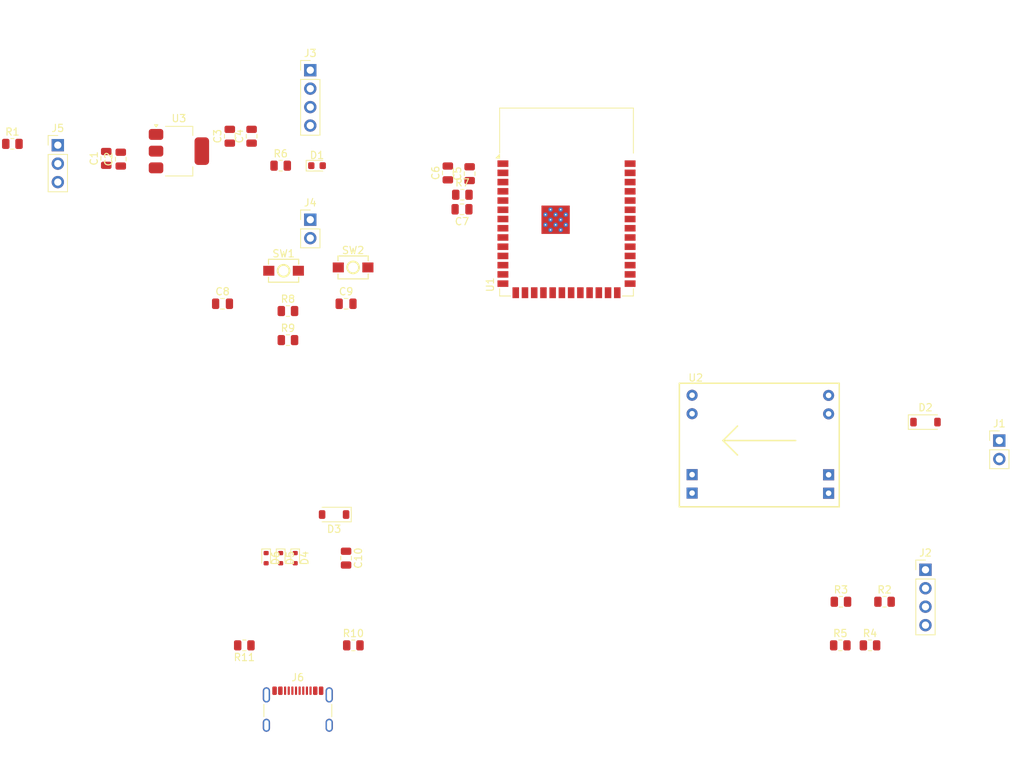
<source format=kicad_pcb>
(kicad_pcb (version 20240108) (generator "pcbnew") (generator_version "8.0")
  (layers (0 "F.Cu" signal) (31 "B.Cu" signal) (34 "B.Paste" user) (35 "F.Paste" user) (36 "B.SilkS" user "B.Silkscreen") (37 "F.SilkS" user "F.Silkscreen") (38 "B.Mask" user) (39 "F.Mask" user) (44 "Edge.Cuts" user))
  (net 0 "")
  (net 1 "GND")
  (net 2 "+12V")
  (net 3 "Net-(J2-Pin_3)")
  (net 4 "Net-(J2-Pin_4)")
  (net 5 "/red")
  (net 6 "/grn")
  (net 7 "/buz")
  (net 8 "/Btn")
  (net 9 "Net-(J5-Pin_1)")
  (net 10 "+5V")
  (net 11 "/Relay")
  (net 12 "/d0")
  (net 13 "/d1")
  (net 14 "+3V3")
  (net 15 "/Chip_PU")
  (net 16 "/Reset")
  (net 17 "/ChipPu")
  (net 18 "Net-(D4-A1)")
  (net 19 "Net-(D2-A)")
  (net 20 "Net-(D3-A)")
  (net 21 "/d-")
  (net 22 "/d+")
  (net 23 "Net-(J6-CC1)")
  (net 24 "Net-(J6-CC2)")
  (net 32 "Net-(D1-A)")
  (footprint "Capacitor_SMD:C_0805_2012Metric" (layer "F.Cu") (at 93 65)
    (property "Reference" "C9" (at 0 -1.68 0) (layer "F.SilkS"))
    (property "Value" "0u1F")
    (fp_line (start -0.261252 -0.735) (end 0.261252 -0.735) (stroke (width 0.12)) (layer "F.SilkS"))
    (fp_line (start -0.261252 0.735) (end 0.261252 0.735) (stroke (width 0.12)) (layer "F.SilkS"))
    (pad "1" smd roundrect (at -0.95 0) (size 1 1.45) (layers "F.Cu" "F.Paste" "F.Mask") (net 17 "/ChipPu"))
    (pad "2" smd roundrect (at 0.95 0) (size 1 1.45) (layers "F.Cu" "F.Paste" "F.Mask") (net 1 "GND"))
  )
  (footprint "Package_TO_SOT_SMD:SOT-223-3_TabPin2" (layer "F.Cu") (at 70 44)
    (property "Reference" "U3" (at 0 -4.5 0) (layer "F.SilkS"))
    (property "Value" "AMS1117-3.3")
    (fp_line (start -1.85 -3.41) (end 1.91 -3.41) (stroke (width 0.12)) (layer "F.SilkS"))
    (fp_line (start -1.85 3.41) (end 1.91 3.41) (stroke (width 0.12)) (layer "F.SilkS"))
    (fp_line (start 1.91 -3.41) (end 1.91 -2.15) (stroke (width 0.12)) (layer "F.SilkS"))
    (fp_line (start 1.91 3.41) (end 1.91 2.15) (stroke (width 0.12)) (layer "F.SilkS"))
    (fp_poly (pts (xy -3.13 -3.31) (xy -3.37 -3.64) (xy -2.89 -3.64) (xy -3.13 -3.31)) (stroke (width 0.12)) (fill solid) (layer "F.SilkS"))
    (pad "1" smd roundrect (at -3.15 -2.3) (size 2 1.5) (layers "F.Cu" "F.Paste" "F.Mask") (net 1 "GND"))
    (pad "2" smd roundrect (at -3.15 0) (size 2 1.5) (layers "F.Cu" "F.Paste" "F.Mask") (net 14 "+3V3"))
    (pad "2" smd roundrect (at 3.15 0) (size 2 3.8) (layers "F.Cu" "F.Paste" "F.Mask") (net 14 "+3V3"))
    (pad "3" smd roundrect (at -3.15 2.3) (size 2 1.5) (layers "F.Cu" "F.Paste" "F.Mask") (net 10 "+5V"))
  )
  (footprint "Resistor_SMD:R_0805_2012Metric" (layer "F.Cu") (at 161.0875 106)
    (property "Reference" "R3" (at 0 -1.65 0) (layer "F.SilkS"))
    (property "Value" "3.3k")
    (fp_line (start -0.227064 -0.735) (end 0.227064 -0.735) (stroke (width 0.12)) (layer "F.SilkS"))
    (fp_line (start -0.227064 0.735) (end 0.227064 0.735) (stroke (width 0.12)) (layer "F.SilkS"))
    (pad "1" smd roundrect (at -0.9125 0) (size 1.025 1.4) (layers "F.Cu" "F.Paste" "F.Mask") (roundrect_rratio 0.243902) (net 1 "GND"))
    (pad "2" smd roundrect (at 0.9125 0) (size 1.025 1.4) (layers "F.Cu" "F.Paste" "F.Mask") (roundrect_rratio 0.243902) (net 12 "/d0"))
  )
  (footprint "Resistor_SMD:R_0805_2012Metric" (layer "F.Cu") (at 161 112)
    (property "Reference" "R5" (at 0 -1.65 0) (layer "F.SilkS"))
    (property "Value" "3.3k")
    (fp_line (start -0.227064 -0.735) (end 0.227064 -0.735) (stroke (width 0.12)) (layer "F.SilkS"))
    (fp_line (start -0.227064 0.735) (end 0.227064 0.735) (stroke (width 0.12)) (layer "F.SilkS"))
    (pad "1" smd roundrect (at -0.9125 0) (size 1.025 1.4) (layers "F.Cu" "F.Paste" "F.Mask") (roundrect_rratio 0.243902) (net 13 "/d1"))
    (pad "2" smd roundrect (at 0.9125 0) (size 1.025 1.4) (layers "F.Cu" "F.Paste" "F.Mask") (roundrect_rratio 0.243902) (net 1 "GND"))
  )
  (footprint "Capacitor_SMD:C_0805_2012Metric" (layer "F.Cu") (at 108.95 52 180)
    (property "Reference" "C7" (at 0 -1.68 360) (layer "F.SilkS"))
    (property "Value" "1uF")
    (fp_line (start -0.261252 0.735) (end 0.261252 0.735) (stroke (width 0.12)) (layer "F.SilkS"))
    (fp_line (start -0.261252 -0.735) (end 0.261252 -0.735) (stroke (width 0.12)) (layer "F.SilkS"))
    (pad "1" smd roundrect (at -0.95 0 180) (size 1 1.45) (layers "F.Cu" "F.Paste" "F.Mask") (net 15 "/Chip_PU"))
    (pad "2" smd roundrect (at 0.95 0 180) (size 1 1.45) (layers "F.Cu" "F.Paste" "F.Mask") (net 1 "GND"))
  )
  (footprint "jacob-libs:SW-SMD_L4.0-W2.9-LS5.0" (layer "F.Cu") (at 93.965 60)
    (property "Reference" "SW2" (at 0 -2.35225 0) (layer "F.SilkS"))
    (property "Value" "BootBtn")
    (fp_line (start -2.076 -1.576) (end -2.076 -0.883) (stroke (width 0.1525)) (layer "F.SilkS"))
    (fp_line (start -2.076 1.576) (end -2.076 0.883) (stroke (width 0.1525)) (layer "F.SilkS"))
    (fp_line (start 2.076 -1.576) (end -2.076 -1.576) (stroke (width 0.1525)) (layer "F.SilkS"))
    (fp_line (start 2.076 -1.576) (end 2.076 -0.883) (stroke (width 0.1525)) (layer "F.SilkS"))
    (fp_line (start 2.076 1.576) (end -2.076 1.576) (stroke (width 0.1525)) (layer "F.SilkS"))
    (fp_line (start 2.076 1.576) (end 2.076 0.883) (stroke (width 0.1525)) (layer "F.SilkS"))
    (fp_circle (center 0 0) (end 0.8135 0) (stroke (width 0.254)) (fill none) (layer "F.SilkS"))
    (pad "1" smd rect (at -2.035 0) (size 1.53 1.36) (layers "F.Cu" "F.Paste" "F.Mask") (net 1 "GND"))
    (pad "2" smd rect (at 2.035 0) (size 1.53 1.36) (layers "F.Cu" "F.Paste" "F.Mask") (net 17 "/ChipPu"))
  )
  (footprint "Connector_PinHeader_2.54mm:PinHeader_1x04_P2.54mm_Vertical" (layer "F.Cu") (at 88.075 32.86)
    (property "Reference" "J3" (at 0 -2.33 0) (layer "F.SilkS"))
    (property "Value" "Feedback")
    (fp_line (start -1.33 -1.33) (end 0 -1.33) (stroke (width 0.12)) (layer "F.SilkS"))
    (fp_line (start -1.33 0) (end -1.33 -1.33) (stroke (width 0.12)) (layer "F.SilkS"))
    (fp_line (start -1.33 1.27) (end -1.33 8.95) (stroke (width 0.12)) (layer "F.SilkS"))
    (fp_line (start -1.33 1.27) (end 1.33 1.27) (stroke (width 0.12)) (layer "F.SilkS"))
    (fp_line (start -1.33 8.95) (end 1.33 8.95) (stroke (width 0.12)) (layer "F.SilkS"))
    (fp_line (start 1.33 1.27) (end 1.33 8.95) (stroke (width 0.12)) (layer "F.SilkS"))
    (pad "1" thru_hole rect (at 0 0) (size 1.7 1.7) (drill 1) (layers "*.Cu" "*.Mask") (net 1 "GND"))
    (pad "2" thru_hole oval (at 0 2.54) (size 1.7 1.7) (drill 1) (layers "*.Cu" "*.Mask") (net 6 "/grn"))
    (pad "3" thru_hole oval (at 0 5.08) (size 1.7 1.7) (drill 1) (layers "*.Cu" "*.Mask") (net 5 "/red"))
    (pad "4" thru_hole oval (at 0 7.62) (size 1.7 1.7) (drill 1) (layers "*.Cu" "*.Mask") (net 7 "/buz"))
  )
  (footprint "jacob-libs:MP1584EN Module" (layer "F.Cu") (at 149.86 83.82)
    (property "Reference" "U2" (at -8.75 -8.632 0) (layer "F.SilkS"))
    (property "Value" "MP1584EN Module")
    (fp_line (start -11 -7.882) (end -11 9.118) (stroke (width 0.2)) (layer "F.SilkS"))
    (fp_line (start -11 9.118) (end 11 9.118) (stroke (width 0.2)) (layer "F.SilkS"))
    (fp_line (start -5 0) (end -3 2) (stroke (width 0.2)) (layer "F.SilkS"))
    (fp_line (start -3 -2) (end -5 0) (stroke (width 0.2)) (layer "F.SilkS"))
    (fp_line (start 5 0) (end -5 0) (stroke (width 0.2)) (layer "F.SilkS"))
    (fp_line (start 11 -7.882) (end -11 -7.882) (stroke (width 0.2)) (layer "F.SilkS"))
    (fp_line (start 11 9.118) (end 11 -7.882) (stroke (width 0.2)) (layer "F.SilkS"))
    (pad "1" thru_hole circle (at 9.531 -6.212) (size 1.524 1.524) (drill 0.762) (layers "*.Cu" "*.Mask") (net 2 "+12V"))
    (pad "1" thru_hole circle (at 9.531 -3.672) (size 1.524 1.524) (drill 0.762) (layers "*.Cu" "*.Mask") (net 2 "+12V"))
    (pad "2" thru_hole rect (at 9.531 4.71) (size 1.524 1.524) (drill 0.762) (layers "*.Cu" "*.Mask") (net 1 "GND"))
    (pad "2" thru_hole rect (at 9.531 7.25) (size 1.524 1.524) (drill 0.762) (layers "*.Cu" "*.Mask") (net 1 "GND"))
    (pad "3" thru_hole rect (at -9.25 4.69) (size 1.524 1.524) (drill 0.762) (layers "*.Cu" "*.Mask") (net 1 "GND"))
    (pad "3" thru_hole rect (at -9.25 7.23) (size 1.524 1.524) (drill 0.762) (layers "*.Cu" "*.Mask") (net 1 "GND"))
    (pad "4" thru_hole circle (at -9.25 -6.232) (size 1.524 1.524) (drill 0.762) (layers "*.Cu" "*.Mask") (net 10 "+5V"))
    (pad "4" thru_hole circle (at -9.25 -3.692) (size 1.524 1.524) (drill 0.762) (layers "*.Cu" "*.Mask") (net 10 "+5V"))
  )
  (footprint "Resistor_SMD:R_0805_2012Metric" (layer "F.Cu") (at 165.0875 112)
    (property "Reference" "R4" (at 0 -1.65 0) (layer "F.SilkS"))
    (property "Value" "1k")
    (fp_line (start -0.227064 -0.735) (end 0.227064 -0.735) (stroke (width 0.12)) (layer "F.SilkS"))
    (fp_line (start -0.227064 0.735) (end 0.227064 0.735) (stroke (width 0.12)) (layer "F.SilkS"))
    (pad "1" smd roundrect (at -0.9125 0) (size 1.025 1.4) (layers "F.Cu" "F.Paste" "F.Mask") (roundrect_rratio 0.243902) (net 13 "/d1"))
    (pad "2" smd roundrect (at 0.9125 0) (size 1.025 1.4) (layers "F.Cu" "F.Paste" "F.Mask") (roundrect_rratio 0.243902) (net 4 "Net-(J2-Pin_4)"))
  )
  (footprint "Resistor_SMD:R_0805_2012Metric" (layer "F.Cu") (at 85 66)
    (property "Reference" "R8" (at 0 -1.65 0) (layer "F.SilkS"))
    (property "Value" "10k")
    (fp_line (start -0.227064 -0.735) (end 0.227064 -0.735) (stroke (width 0.12)) (layer "F.SilkS"))
    (fp_line (start -0.227064 0.735) (end 0.227064 0.735) (stroke (width 0.12)) (layer "F.SilkS"))
    (pad "1" smd roundrect (at -0.9125 0) (size 1.025 1.4) (layers "F.Cu" "F.Paste" "F.Mask") (roundrect_rratio 0.243902) (net 14 "+3V3"))
    (pad "2" smd roundrect (at 0.9125 0) (size 1.025 1.4) (layers "F.Cu" "F.Paste" "F.Mask") (roundrect_rratio 0.243902) (net 16 "/Reset"))
  )
  (footprint "Capacitor_SMD:C_0805_2012Metric" (layer "F.Cu") (at 77 41.95 90)
    (property "Reference" "C3" (at 0 -1.68 90) (layer "F.SilkS"))
    (property "Value" "10uF")
    (fp_line (start -0.261252 -0.735) (end 0.261252 -0.735) (stroke (width 0.12)) (layer "F.SilkS"))
    (fp_line (start -0.261252 0.735) (end 0.261252 0.735) (stroke (width 0.12)) (layer "F.SilkS"))
    (pad "1" smd roundrect (at -0.95 0 90) (size 1 1.45) (layers "F.Cu" "F.Paste" "F.Mask") (net 14 "+3V3"))
    (pad "2" smd roundrect (at 0.95 0 90) (size 1 1.45) (layers "F.Cu" "F.Paste" "F.Mask") (net 1 "GND"))
  )
  (footprint "Resistor_SMD:R_0805_2012Metric" (layer "F.Cu") (at 79 112 180)
    (property "Reference" "R11" (at 0 -1.65 360) (layer "F.SilkS"))
    (property "Value" "5k1")
    (fp_line (start -0.227064 0.735) (end 0.227064 0.735) (stroke (width 0.12)) (layer "F.SilkS"))
    (fp_line (start -0.227064 -0.735) (end 0.227064 -0.735) (stroke (width 0.12)) (layer "F.SilkS"))
    (pad "1" smd roundrect (at -0.9125 0 180) (size 1.025 1.4) (layers "F.Cu" "F.Paste" "F.Mask") (roundrect_rratio 0.243902) (net 23 "Net-(J6-CC1)"))
    (pad "2" smd roundrect (at 0.9125 0 180) (size 1.025 1.4) (layers "F.Cu" "F.Paste" "F.Mask") (roundrect_rratio 0.243902) (net 18 "Net-(D4-A1)"))
  )
  (footprint "Diode_SMD:D_SOD-123" (layer "F.Cu") (at 91.35 94 180)
    (property "Reference" "D3" (at 0 -2 360) (layer "F.SilkS"))
    (property "Value" "1N5819HW-7-F")
    (fp_line (start -2.36 1) (end 1.65 1) (stroke (width 0.12)) (layer "F.SilkS"))
    (fp_line (start -2.36 -1) (end 1.65 -1) (stroke (width 0.12)) (layer "F.SilkS"))
    (fp_line (start -2.36 -1) (end -2.36 1) (stroke (width 0.12)) (layer "F.SilkS"))
    (pad "1" smd roundrect (at -1.65 0 180) (size 0.9 1.2) (layers "F.Cu" "F.Paste" "F.Mask") (net 10 "+5V"))
    (pad "2" smd roundrect (at 1.65 0 180) (size 0.9 1.2) (layers "F.Cu" "F.Paste" "F.Mask") (net 20 "Net-(D3-A)"))
  )
  (footprint "Resistor_SMD:R_0805_2012Metric" (layer "F.Cu") (at 47.0875 43)
    (property "Reference" "R1" (at 0 -1.65 0) (layer "F.SilkS"))
    (property "Value" "5k1")
    (fp_line (start -0.227064 -0.735) (end 0.227064 -0.735) (stroke (width 0.12)) (layer "F.SilkS"))
    (fp_line (start -0.227064 0.735) (end 0.227064 0.735) (stroke (width 0.12)) (layer "F.SilkS"))
    (pad "1" smd roundrect (at -0.9125 0) (size 1.025 1.4) (layers "F.Cu" "F.Paste" "F.Mask") (roundrect_rratio 0.243902) (net 11 "/Relay"))
    (pad "2" smd roundrect (at 0.9125 0) (size 1.025 1.4) (layers "F.Cu" "F.Paste" "F.Mask") (roundrect_rratio 0.243902) (net 9 "Net-(J5-Pin_1)"))
  )
  (footprint "Capacitor_SMD:C_0805_2012Metric" (layer "F.Cu") (at 62 45.1 90)
    (property "Reference" "C2" (at 0 -1.68 90) (layer "F.SilkS"))
    (property "Value" "0u1F")
    (fp_line (start -0.261252 -0.735) (end 0.261252 -0.735) (stroke (width 0.12)) (layer "F.SilkS"))
    (fp_line (start -0.261252 0.735) (end 0.261252 0.735) (stroke (width 0.12)) (layer "F.SilkS"))
    (pad "1" smd roundrect (at -0.95 0 90) (size 1 1.45) (layers "F.Cu" "F.Paste" "F.Mask") (net 10 "+5V"))
    (pad "2" smd roundrect (at 0.95 0 90) (size 1 1.45) (layers "F.Cu" "F.Paste" "F.Mask") (net 1 "GND"))
  )
  (footprint "Diode_SMD:D_SOD-523" (layer "F.Cu") (at 82 100 -90)
    (property "Reference" "D6" (at 0 -1.3 90) (layer "F.SilkS"))
    (property "Value" "LESD5D5.0CT1G")
    (fp_line (start 0.7 0.6) (end -1.26 0.6) (stroke (width 0.12)) (layer "F.SilkS"))
    (fp_line (start -1.26 -0.6) (end -1.26 0.6) (stroke (width 0.12)) (layer "F.SilkS"))
    (fp_line (start 0.7 -0.6) (end -1.26 -0.6) (stroke (width 0.12)) (layer "F.SilkS"))
    (pad "1" smd roundrect (at -0.7 0 90) (size 0.6 0.7) (layers "F.Cu" "F.Paste" "F.Mask") (net 18 "Net-(D4-A1)"))
    (pad "2" smd roundrect (at 0.7 0 90) (size 0.6 0.7) (layers "F.Cu" "F.Paste" "F.Mask") (net 22 "/d+"))
  )
  (footprint "Resistor_SMD:R_0805_2012Metric" (layer "F.Cu") (at 94 112)
    (property "Reference" "R10" (at 0 -1.65 360) (layer "F.SilkS"))
    (property "Value" "5k1")
    (fp_line (start -0.227064 -0.735) (end 0.227064 -0.735) (stroke (width 0.12)) (layer "F.SilkS"))
    (fp_line (start -0.227064 0.735) (end 0.227064 0.735) (stroke (width 0.12)) (layer "F.SilkS"))
    (pad "1" smd roundrect (at -0.9125 0) (size 1.025 1.4) (layers "F.Cu" "F.Paste" "F.Mask") (roundrect_rratio 0.243902) (net 24 "Net-(J6-CC2)"))
    (pad "2" smd roundrect (at 0.9125 0) (size 1.025 1.4) (layers "F.Cu" "F.Paste" "F.Mask") (roundrect_rratio 0.243902) (net 18 "Net-(D4-A1)"))
  )
  (footprint "Connector_PinHeader_2.54mm:PinHeader_1x03_P2.54mm_Vertical" (layer "F.Cu") (at 53.34 43.18)
    (property "Reference" "J5" (at 0 -2.33 0) (layer "F.SilkS"))
    (property "Value" "Relay")
    (fp_line (start -1.33 -1.33) (end 0 -1.33) (stroke (width 0.12)) (layer "F.SilkS"))
    (fp_line (start -1.33 0) (end -1.33 -1.33) (stroke (width 0.12)) (layer "F.SilkS"))
    (fp_line (start -1.33 1.27) (end -1.33 6.41) (stroke (width 0.12)) (layer "F.SilkS"))
    (fp_line (start -1.33 1.27) (end 1.33 1.27) (stroke (width 0.12)) (layer "F.SilkS"))
    (fp_line (start -1.33 6.41) (end 1.33 6.41) (stroke (width 0.12)) (layer "F.SilkS"))
    (fp_line (start 1.33 1.27) (end 1.33 6.41) (stroke (width 0.12)) (layer "F.SilkS"))
    (pad "1" thru_hole rect (at 0 0) (size 1.7 1.7) (drill 1) (layers "*.Cu" "*.Mask") (net 9 "Net-(J5-Pin_1)"))
    (pad "2" thru_hole oval (at 0 2.54) (size 1.7 1.7) (drill 1) (layers "*.Cu" "*.Mask") (net 1 "GND"))
    (pad "3" thru_hole oval (at 0 5.08) (size 1.7 1.7) (drill 1) (layers "*.Cu" "*.Mask") (net 10 "+5V"))
  )
  (footprint "Resistor_SMD:R_0805_2012Metric" (layer "F.Cu") (at 167.0875 106)
    (property "Reference" "R2" (at 0 -1.65 0) (layer "F.SilkS"))
    (property "Value" "1k")
    (fp_line (start -0.227064 -0.735) (end 0.227064 -0.735) (stroke (width 0.12)) (layer "F.SilkS"))
    (fp_line (start -0.227064 0.735) (end 0.227064 0.735) (stroke (width 0.12)) (layer "F.SilkS"))
    (pad "1" smd roundrect (at -0.9125 0) (size 1.025 1.4) (layers "F.Cu" "F.Paste" "F.Mask") (roundrect_rratio 0.243902) (net 12 "/d0"))
    (pad "2" smd roundrect (at 0.9125 0) (size 1.025 1.4) (layers "F.Cu" "F.Paste" "F.Mask") (roundrect_rratio 0.243902) (net 3 "Net-(J2-Pin_3)"))
  )
  (footprint "Connector_PinHeader_2.54mm:PinHeader_1x02_P2.54mm_Vertical" (layer "F.Cu") (at 88.075 53.43)
    (property "Reference" "J4" (at 0 -2.33 0) (layer "F.SilkS"))
    (property "Value" "Button")
    (fp_line (start -1.33 -1.33) (end 0 -1.33) (stroke (width 0.12)) (layer "F.SilkS"))
    (fp_line (start -1.33 0) (end -1.33 -1.33) (stroke (width 0.12)) (layer "F.SilkS"))
    (fp_line (start -1.33 1.27) (end -1.33 3.87) (stroke (width 0.12)) (layer "F.SilkS"))
    (fp_line (start -1.33 1.27) (end 1.33 1.27) (stroke (width 0.12)) (layer "F.SilkS"))
    (fp_line (start -1.33 3.87) (end 1.33 3.87) (stroke (width 0.12)) (layer "F.SilkS"))
    (fp_line (start 1.33 1.27) (end 1.33 3.87) (stroke (width 0.12)) (layer "F.SilkS"))
    (pad "1" thru_hole rect (at 0 0) (size 1.7 1.7) (drill 1) (layers "*.Cu" "*.Mask") (net 8 "/Btn"))
    (pad "2" thru_hole oval (at 0 2.54) (size 1.7 1.7) (drill 1) (layers "*.Cu" "*.Mask") (net 1 "GND"))
  )
  (footprint "Resistor_SMD:R_0805_2012Metric" (layer "F.Cu") (at 84 46)
    (property "Reference" "R6" (at 0 -1.65 0) (layer "F.SilkS"))
    (property "Value" "47R")
    (fp_line (start -0.227064 -0.735) (end 0.227064 -0.735) (stroke (width 0.12)) (layer "F.SilkS"))
    (fp_line (start -0.227064 0.735) (end 0.227064 0.735) (stroke (width 0.12)) (layer "F.SilkS"))
    (pad "1" smd roundrect (at -0.9125 0) (size 1.025 1.4) (layers "F.Cu" "F.Paste" "F.Mask") (roundrect_rratio 0.243902) (net 14 "+3V3"))
    (pad "2" smd roundrect (at 0.9125 0) (size 1.025 1.4) (layers "F.Cu" "F.Paste" "F.Mask") (roundrect_rratio 0.243902) (net 32 "Net-(D1-A)"))
  )
  (footprint "Connector_PinHeader_2.54mm:PinHeader_1x02_P2.54mm_Vertical" (layer "F.Cu") (at 182.88 83.82)
    (property "Reference" "J1" (at 0 -2.33 0) (layer "F.SilkS"))
    (property "Value" "Power In")
    (fp_line (start -1.33 -1.33) (end 0 -1.33) (stroke (width 0.12)) (layer "F.SilkS"))
    (fp_line (start -1.33 0) (end -1.33 -1.33) (stroke (width 0.12)) (layer "F.SilkS"))
    (fp_line (start -1.33 1.27) (end -1.33 3.87) (stroke (width 0.12)) (layer "F.SilkS"))
    (fp_line (start -1.33 1.27) (end 1.33 1.27) (stroke (width 0.12)) (layer "F.SilkS"))
    (fp_line (start -1.33 3.87) (end 1.33 3.87) (stroke (width 0.12)) (layer "F.SilkS"))
    (fp_line (start 1.33 1.27) (end 1.33 3.87) (stroke (width 0.12)) (layer "F.SilkS"))
    (pad "1" thru_hole rect (at 0 0) (size 1.7 1.7) (drill 1) (layers "*.Cu" "*.Mask") (net 19 "Net-(D2-A)"))
    (pad "2" thru_hole oval (at 0 2.54) (size 1.7 1.7) (drill 1) (layers "*.Cu" "*.Mask") (net 1 "GND"))
  )
  (footprint "Diode_SMD:D_SOD-523" (layer "F.Cu") (at 86 100 -90)
    (property "Reference" "D4" (at 0 -1.3 90) (layer "F.SilkS"))
    (property "Value" "LESD5D5.0CT1G")
    (fp_line (start 0.7 0.6) (end -1.26 0.6) (stroke (width 0.12)) (layer "F.SilkS"))
    (fp_line (start -1.26 -0.6) (end -1.26 0.6) (stroke (width 0.12)) (layer "F.SilkS"))
    (fp_line (start 0.7 -0.6) (end -1.26 -0.6) (stroke (width 0.12)) (layer "F.SilkS"))
    (pad "1" smd roundrect (at -0.7 0 90) (size 0.6 0.7) (layers "F.Cu" "F.Paste" "F.Mask") (net 18 "Net-(D4-A1)"))
    (pad "2" smd roundrect (at 0.7 0 90) (size 0.6 0.7) (layers "F.Cu" "F.Paste" "F.Mask") (net 20 "Net-(D3-A)"))
  )
  (footprint "Connector_PinHeader_2.54mm:PinHeader_1x04_P2.54mm_Vertical" (layer "F.Cu") (at 172.72 101.6)
    (property "Reference" "J2" (at 0 -2.33 0) (layer "F.SilkS"))
    (property "Value" "Wiegand")
    (fp_line (start -1.33 -1.33) (end 0 -1.33) (stroke (width 0.12)) (layer "F.SilkS"))
    (fp_line (start -1.33 0) (end -1.33 -1.33) (stroke (width 0.12)) (layer "F.SilkS"))
    (fp_line (start -1.33 1.27) (end -1.33 8.95) (stroke (width 0.12)) (layer "F.SilkS"))
    (fp_line (start -1.33 1.27) (end 1.33 1.27) (stroke (width 0.12)) (layer "F.SilkS"))
    (fp_line (start -1.33 8.95) (end 1.33 8.95) (stroke (width 0.12)) (layer "F.SilkS"))
    (fp_line (start 1.33 1.27) (end 1.33 8.95) (stroke (width 0.12)) (layer "F.SilkS"))
    (pad "1" thru_hole rect (at 0 0) (size 1.7 1.7) (drill 1) (layers "*.Cu" "*.Mask") (net 2 "+12V"))
    (pad "2" thru_hole oval (at 0 2.54) (size 1.7 1.7) (drill 1) (layers "*.Cu" "*.Mask") (net 1 "GND"))
    (pad "3" thru_hole oval (at 0 5.08) (size 1.7 1.7) (drill 1) (layers "*.Cu" "*.Mask") (net 3 "Net-(J2-Pin_3)"))
    (pad "4" thru_hole oval (at 0 7.62) (size 1.7 1.7) (drill 1) (layers "*.Cu" "*.Mask") (net 4 "Net-(J2-Pin_4)"))
  )
  (footprint "jacob-libs:SW-SMD_L4.0-W2.9-LS5.0" (layer "F.Cu") (at 84.4 60.45725)
    (property "Reference" "SW1" (at 0 -2.35225 0) (layer "F.SilkS"))
    (property "Value" "RstBtn")
    (fp_line (start -2.076 -1.576) (end -2.076 -0.883) (stroke (width 0.1525)) (layer "F.SilkS"))
    (fp_line (start -2.076 1.576) (end -2.076 0.883) (stroke (width 0.1525)) (layer "F.SilkS"))
    (fp_line (start 2.076 -1.576) (end -2.076 -1.576) (stroke (width 0.1525)) (layer "F.SilkS"))
    (fp_line (start 2.076 -1.576) (end 2.076 -0.883) (stroke (width 0.1525)) (layer "F.SilkS"))
    (fp_line (start 2.076 1.576) (end -2.076 1.576) (stroke (width 0.1525)) (layer "F.SilkS"))
    (fp_line (start 2.076 1.576) (end 2.076 0.883) (stroke (width 0.1525)) (layer "F.SilkS"))
    (fp_circle (center 0 0) (end 0.8135 0) (stroke (width 0.254)) (fill none) (layer "F.SilkS"))
    (pad "1" smd rect (at -2.035 0) (size 1.53 1.36) (layers "F.Cu" "F.Paste" "F.Mask") (net 1 "GND"))
    (pad "2" smd rect (at 2.035 0) (size 1.53 1.36) (layers "F.Cu" "F.Paste" "F.Mask") (net 16 "/Reset"))
  )
  (footprint "LED_SMD:LED_0603_1608Metric" (layer "F.Cu") (at 89 46)
    (property "Reference" "D1" (at 0 -1.43 0) (layer "F.SilkS"))
    (property "Value" "PWRLED")
    (fp_line (start -1.485 -0.735) (end -1.485 0.735) (stroke (width 0.12)) (layer "F.SilkS"))
    (fp_line (start -1.485 0.735) (end 0.8 0.735) (stroke (width 0.12)) (layer "F.SilkS"))
    (fp_line (start 0.8 -0.735) (end -1.485 -0.735) (stroke (width 0.12)) (layer "F.SilkS"))
    (pad "1" smd roundrect (at -0.7875 0) (size 0.875 0.95) (layers "F.Cu" "F.Paste" "F.Mask") (net 1 "GND"))
    (pad "2" smd roundrect (at 0.7875 0) (size 0.875 0.95) (layers "F.Cu" "F.Paste" "F.Mask") (net 32 "Net-(D1-A)"))
  )
  (footprint "Capacitor_SMD:C_0805_2012Metric" (layer "F.Cu") (at 60 45 90)
    (property "Reference" "C1" (at 0 -1.68 90) (layer "F.SilkS"))
    (property "Value" "10uF")
    (fp_line (start -0.261252 -0.735) (end 0.261252 -0.735) (stroke (width 0.12)) (layer "F.SilkS"))
    (fp_line (start -0.261252 0.735) (end 0.261252 0.735) (stroke (width 0.12)) (layer "F.SilkS"))
    (pad "1" smd roundrect (at -0.95 0 90) (size 1 1.45) (layers "F.Cu" "F.Paste" "F.Mask") (net 10 "+5V"))
    (pad "2" smd roundrect (at 0.95 0 90) (size 1 1.45) (layers "F.Cu" "F.Paste" "F.Mask") (net 1 "GND"))
  )
  (footprint "Capacitor_SMD:C_0805_2012Metric" (layer "F.Cu") (at 93 100 -90)
    (property "Reference" "C10" (at 0 -1.68 90) (layer "F.SilkS"))
    (property "Value" "10uF")
    (fp_line (start -0.261252 0.735) (end 0.261252 0.735) (stroke (width 0.12)) (layer "F.SilkS"))
    (fp_line (start -0.261252 -0.735) (end 0.261252 -0.735) (stroke (width 0.12)) (layer "F.SilkS"))
    (pad "1" smd roundrect (at -0.95 0 270) (size 1 1.45) (layers "F.Cu" "F.Paste" "F.Mask") (net 10 "+5V"))
    (pad "2" smd roundrect (at 0.95 0 270) (size 1 1.45) (layers "F.Cu" "F.Paste" "F.Mask") (net 18 "Net-(D4-A1)"))
  )
  (footprint "Capacitor_SMD:C_0805_2012Metric" (layer "F.Cu") (at 110 47.1 90)
    (property "Reference" "C5" (at 0 -1.68 90) (layer "F.SilkS"))
    (property "Value" "10uF")
    (fp_line (start -0.261252 -0.735) (end 0.261252 -0.735) (stroke (width 0.12)) (layer "F.SilkS"))
    (fp_line (start -0.261252 0.735) (end 0.261252 0.735) (stroke (width 0.12)) (layer "F.SilkS"))
    (pad "1" smd roundrect (at -0.95 0 90) (size 1 1.45) (layers "F.Cu" "F.Paste" "F.Mask") (net 14 "+3V3"))
    (pad "2" smd roundrect (at 0.95 0 90) (size 1 1.45) (layers "F.Cu" "F.Paste" "F.Mask") (net 1 "GND"))
  )
  (footprint "Diode_SMD:D_SOD-123" (layer "F.Cu") (at 172.72 81.28)
    (property "Reference" "D2" (at 0 -2 0) (layer "F.SilkS"))
    (property "Value" "1N5819HW-7-F")
    (fp_line (start -2.36 -1) (end -2.36 1) (stroke (width 0.12)) (layer "F.SilkS"))
    (fp_line (start -2.36 -1) (end 1.65 -1) (stroke (width 0.12)) (layer "F.SilkS"))
    (fp_line (start -2.36 1) (end 1.65 1) (stroke (width 0.12)) (layer "F.SilkS"))
    (pad "1" smd roundrect (at -1.65 0) (size 0.9 1.2) (layers "F.Cu" "F.Paste" "F.Mask") (net 2 "+12V"))
    (pad "2" smd roundrect (at 1.65 0) (size 0.9 1.2) (layers "F.Cu" "F.Paste" "F.Mask") (net 19 "Net-(D2-A)"))
  )
  (footprint "Connector_USB:USB_C_Receptacle_GCT_USB4105-xx-A_16P_TopMnt_Horizontal" (layer "F.Cu") (at 86.36 121.92)
    (property "Reference" "J6" (at 0 -5.5 0) (layer "F.SilkS"))
    (property "Value" "USB_C_Receptacle_USB2.0_16P")
    (fp_line (start -4.67 -0.1) (end -4.67 -1.8) (stroke (width 0.12)) (layer "F.SilkS"))
    (fp_line (start 4.67 -0.1) (end 4.67 -1.8) (stroke (width 0.12)) (layer "F.SilkS"))
    (pad "" np_thru_hole circle (at -2.89 -2.605) (size 0.65 0.65) (drill 0.65) (layers "F&B.Cu" "*.Mask"))
    (pad "" np_thru_hole circle (at 2.89 -2.605) (size 0.65 0.65) (drill 0.65) (layers "F&B.Cu" "*.Mask"))
    (pad "A1" smd roundrect (at -3.2 -3.68) (size 0.6 1.15) (layers "F.Cu" "F.Paste" "F.Mask") (net 18 "Net-(D4-A1)"))
    (pad "A4" smd roundrect (at -2.4 -3.68) (size 0.6 1.15) (layers "F.Cu" "F.Paste" "F.Mask") (net 20 "Net-(D3-A)"))
    (pad "A5" smd roundrect (at -1.25 -3.68) (size 0.3 1.15) (layers "F.Cu" "F.Paste" "F.Mask") (net 23 "Net-(J6-CC1)"))
    (pad "A6" smd roundrect (at -0.25 -3.68) (size 0.3 1.15) (layers "F.Cu" "F.Paste" "F.Mask") (net 22 "/d+"))
    (pad "A7" smd roundrect (at 0.25 -3.68) (size 0.3 1.15) (layers "F.Cu" "F.Paste" "F.Mask") (net 21 "/d-"))
    (pad "A8" smd roundrect (at 1.25 -3.68) (size 0.3 1.15) (layers "F.Cu" "F.Paste" "F.Mask"))
    (pad "A9" smd roundrect (at 2.4 -3.68) (size 0.6 1.15) (layers "F.Cu" "F.Paste" "F.Mask") (net 20 "Net-(D3-A)"))
    (pad "A12" smd roundrect (at 3.2 -3.68) (size 0.6 1.15) (layers "F.Cu" "F.Paste" "F.Mask") (net 18 "Net-(D4-A1)"))
    (pad "B1" smd roundrect (at 3.2 -3.68) (size 0.6 1.15) (layers "F.Cu" "F.Paste" "F.Mask") (net 18 "Net-(D4-A1)"))
    (pad "B4" smd roundrect (at 2.4 -3.68) (size 0.6 1.15) (layers "F.Cu" "F.Paste" "F.Mask") (net 20 "Net-(D3-A)"))
    (pad "B5" smd roundrect (at 1.75 -3.68) (size 0.3 1.15) (layers "F.Cu" "F.Paste" "F.Mask") (net 24 "Net-(J6-CC2)"))
    (pad "B6" smd roundrect (at 0.75 -3.68) (size 0.3 1.15) (layers "F.Cu" "F.Paste" "F.Mask") (net 22 "/d+"))
    (pad "B7" smd roundrect (at -0.75 -3.68) (size 0.3 1.15) (layers "F.Cu" "F.Paste" "F.Mask") (net 21 "/d-"))
    (pad "B8" smd roundrect (at -1.75 -3.68) (size 0.3 1.15) (layers "F.Cu" "F.Paste" "F.Mask"))
    (pad "B9" smd roundrect (at -2.4 -3.68) (size 0.6 1.15) (layers "F.Cu" "F.Paste" "F.Mask") (net 20 "Net-(D3-A)"))
    (pad "B12" smd roundrect (at -3.2 -3.68) (size 0.6 1.15) (layers "F.Cu" "F.Paste" "F.Mask") (net 18 "Net-(D4-A1)"))
    (pad "S1" thru_hole oval (at -4.32 -3.105) (size 1 2.1) (drill oval 0.6 1.7) (property pad_prop_heatsink) (layers "*.Cu" "*.Mask" "F.Paste") (net 18 "Net-(D4-A1)"))
    (pad "S1" thru_hole oval (at -4.32 1.075) (size 1 1.8) (drill oval 0.6 1.4) (property pad_prop_heatsink) (layers "*.Cu" "*.Mask" "F.Paste") (net 18 "Net-(D4-A1)"))
    (pad "S1" thru_hole oval (at 4.32 -3.105) (size 1 2.1) (drill oval 0.6 1.7) (property pad_prop_heatsink) (layers "*.Cu" "*.Mask" "F.Paste") (net 18 "Net-(D4-A1)"))
    (pad "S1" thru_hole oval (at 4.32 1.075) (size 1 1.8) (drill oval 0.6 1.4) (property pad_prop_heatsink) (layers "*.Cu" "*.Mask" "F.Paste") (net 18 "Net-(D4-A1)"))
  )
  (footprint "Resistor_SMD:R_0805_2012Metric" (layer "F.Cu") (at 85 70)
    (property "Reference" "R9" (at 0 -1.65 0) (layer "F.SilkS"))
    (property "Value" "10k")
    (fp_line (start -0.227064 -0.735) (end 0.227064 -0.735) (stroke (width 0.12)) (layer "F.SilkS"))
    (fp_line (start -0.227064 0.735) (end 0.227064 0.735) (stroke (width 0.12)) (layer "F.SilkS"))
    (pad "1" smd roundrect (at -0.9125 0) (size 1.025 1.4) (layers "F.Cu" "F.Paste" "F.Mask") (roundrect_rratio 0.243902) (net 14 "+3V3"))
    (pad "2" smd roundrect (at 0.9125 0) (size 1.025 1.4) (layers "F.Cu" "F.Paste" "F.Mask") (roundrect_rratio 0.243902) (net 17 "/ChipPu"))
  )
  (footprint "Capacitor_SMD:C_0805_2012Metric" (layer "F.Cu") (at 80 41.95 90)
    (property "Reference" "C4" (at 0 -1.68 90) (layer "F.SilkS"))
    (property "Value" "0u1F")
    (fp_line (start -0.261252 -0.735) (end 0.261252 -0.735) (stroke (width 0.12)) (layer "F.SilkS"))
    (fp_line (start -0.261252 0.735) (end 0.261252 0.735) (stroke (width 0.12)) (layer "F.SilkS"))
    (pad "1" smd roundrect (at -0.95 0 90) (size 1 1.45) (layers "F.Cu" "F.Paste" "F.Mask") (net 14 "+3V3"))
    (pad "2" smd roundrect (at 0.95 0 90) (size 1 1.45) (layers "F.Cu" "F.Paste" "F.Mask") (net 1 "GND"))
  )
  (footprint "Diode_SMD:D_SOD-523" (layer "F.Cu") (at 84 100 -90)
    (property "Reference" "D5" (at 0 -1.3 90) (layer "F.SilkS"))
    (property "Value" "LESD5D5.0CT1G")
    (fp_line (start 0.7 0.6) (end -1.26 0.6) (stroke (width 0.12)) (layer "F.SilkS"))
    (fp_line (start -1.26 -0.6) (end -1.26 0.6) (stroke (width 0.12)) (layer "F.SilkS"))
    (fp_line (start 0.7 -0.6) (end -1.26 -0.6) (stroke (width 0.12)) (layer "F.SilkS"))
    (pad "1" smd roundrect (at -0.7 0 90) (size 0.6 0.7) (layers "F.Cu" "F.Paste" "F.Mask") (net 18 "Net-(D4-A1)"))
    (pad "2" smd roundrect (at 0.7 0 90) (size 0.6 0.7) (layers "F.Cu" "F.Paste" "F.Mask") (net 21 "/d-"))
  )
  (footprint "Capacitor_SMD:C_0805_2012Metric" (layer "F.Cu") (at 76 65)
    (property "Reference" "C8" (at 0 -1.68 0) (layer "F.SilkS"))
    (property "Value" "0u1F")
    (fp_line (start -0.261252 -0.735) (end 0.261252 -0.735) (stroke (width 0.12)) (layer "F.SilkS"))
    (fp_line (start -0.261252 0.735) (end 0.261252 0.735) (stroke (width 0.12)) (layer "F.SilkS"))
    (pad "1" smd roundrect (at -0.95 0) (size 1 1.45) (layers "F.Cu" "F.Paste" "F.Mask") (net 16 "/Reset"))
    (pad "2" smd roundrect (at 0.95 0) (size 1 1.45) (layers "F.Cu" "F.Paste" "F.Mask") (net 1 "GND"))
  )
  (footprint "Resistor_SMD:R_0805_2012Metric" (layer "F.Cu") (at 109 50)
    (property "Reference" "R7" (at 0 -1.65 360) (layer "F.SilkS"))
    (property "Value" "10k")
    (fp_line (start -0.227064 -0.735) (end 0.227064 -0.735) (stroke (width 0.12)) (layer "F.SilkS"))
    (fp_line (start -0.227064 0.735) (end 0.227064 0.735) (stroke (width 0.12)) (layer "F.SilkS"))
    (pad "1" smd roundrect (at -0.9125 0) (size 1.025 1.4) (layers "F.Cu" "F.Paste" "F.Mask") (roundrect_rratio 0.243902) (net 14 "+3V3"))
    (pad "2" smd roundrect (at 0.9125 0) (size 1.025 1.4) (layers "F.Cu" "F.Paste" "F.Mask") (roundrect_rratio 0.243902) (net 15 "/Chip_PU"))
  )
  (footprint "Capacitor_SMD:C_0805_2012Metric" (layer "F.Cu") (at 107 47 90)
    (property "Reference" "C6" (at 0 -1.68 90) (layer "F.SilkS"))
    (property "Value" "0u1F")
    (fp_line (start -0.261252 -0.735) (end 0.261252 -0.735) (stroke (width 0.12)) (layer "F.SilkS"))
    (fp_line (start -0.261252 0.735) (end 0.261252 0.735) (stroke (width 0.12)) (layer "F.SilkS"))
    (pad "1" smd roundrect (at -0.95 0 90) (size 1 1.45) (layers "F.Cu" "F.Paste" "F.Mask") (net 14 "+3V3"))
    (pad "2" smd roundrect (at 0.95 0 90) (size 1 1.45) (layers "F.Cu" "F.Paste" "F.Mask") (net 1 "GND"))
  )
  (footprint "RF_Module:ESP32-S3-WROOM-1" (layer "F.Cu") (at 123.33 50.98)
    (property "Reference" "U1" (at -10.5 11.4 90) (layer "F.SilkS"))
    (property "Value" "ESP32-S3-WROOM-1")
    (fp_line (start -9.2 -12.9) (end -9.2 -6.7) (stroke (width 0.12)) (layer "F.SilkS"))
    (fp_line (start -9.2 -12.9) (end 9.2 -12.9) (stroke (width 0.12)) (layer "F.SilkS"))
    (fp_line (start -9.2 11.95) (end -9.2 12.95) (stroke (width 0.12)) (layer "F.SilkS"))
    (fp_line (start -9.2 12.95) (end -7.7 12.95) (stroke (width 0.12)) (layer "F.SilkS"))
    (fp_line (start 9.2 -12.9) (end 9.2 -6.7) (stroke (width 0.12)) (layer "F.SilkS"))
    (fp_line (start 9.2 12.95) (end 7.7 12.95) (stroke (width 0.12)) (layer "F.SilkS"))
    (fp_line (start 9.2 12.95) (end 9.2 11.95) (stroke (width 0.12)) (layer "F.SilkS"))
    (fp_poly (pts (xy -9.2 -6.025) (xy -9.7 -6.025) (xy -9.2 -6.525) (xy -9.2 -6.025)) (stroke (width 0.12)) (fill solid) (layer "F.SilkS"))
    (pad "1" smd rect (at -8.75 -5.26) (size 1.5 0.9) (layers "F.Cu" "F.Paste" "F.Mask") (net 1 "GND"))
    (pad "2" smd rect (at -8.75 -3.99) (size 1.5 0.9) (layers "F.Cu" "F.Paste" "F.Mask") (net 14 "+3V3"))
    (pad "3" smd rect (at -8.75 -2.72) (size 1.5 0.9) (layers "F.Cu" "F.Paste" "F.Mask") (net 15 "/Chip_PU"))
    (pad "4" smd rect (at -8.75 -1.45) (size 1.5 0.9) (layers "F.Cu" "F.Paste" "F.Mask"))
    (pad "5" smd rect (at -8.75 -0.18) (size 1.5 0.9) (layers "F.Cu" "F.Paste" "F.Mask"))
    (pad "6" smd rect (at -8.75 1.09) (size 1.5 0.9) (layers "F.Cu" "F.Paste" "F.Mask"))
    (pad "7" smd rect (at -8.75 2.36) (size 1.5 0.9) (layers "F.Cu" "F.Paste" "F.Mask"))
    (pad "8" smd rect (at -8.75 3.63) (size 1.5 0.9) (layers "F.Cu" "F.Paste" "F.Mask"))
    (pad "9" smd rect (at -8.75 4.9) (size 1.5 0.9) (layers "F.Cu" "F.Paste" "F.Mask"))
    (pad "10" smd rect (at -8.75 6.17) (size 1.5 0.9) (layers "F.Cu" "F.Paste" "F.Mask"))
    (pad "11" smd rect (at -8.75 7.44) (size 1.5 0.9) (layers "F.Cu" "F.Paste" "F.Mask"))
    (pad "12" smd rect (at -8.75 8.71) (size 1.5 0.9) (layers "F.Cu" "F.Paste" "F.Mask"))
    (pad "13" smd rect (at -8.75 9.98) (size 1.5 0.9) (layers "F.Cu" "F.Paste" "F.Mask") (net 21 "/d-"))
    (pad "14" smd rect (at -8.75 11.25 180) (size 1.5 0.9) (layers "F.Cu" "F.Paste" "F.Mask") (net 22 "/d+"))
    (pad "15" smd rect (at -6.985 12.5 270) (size 1.5 0.9) (layers "F.Cu" "F.Paste" "F.Mask"))
    (pad "16" smd rect (at -5.715 12.5 270) (size 1.5 0.9) (layers "F.Cu" "F.Paste" "F.Mask"))
    (pad "17" smd rect (at -4.445 12.5 270) (size 1.5 0.9) (layers "F.Cu" "F.Paste" "F.Mask"))
    (pad "18" smd rect (at -3.175 12.5 270) (size 1.5 0.9) (layers "F.Cu" "F.Paste" "F.Mask"))
    (pad "19" smd rect (at -1.905 12.5 270) (size 1.5 0.9) (layers "F.Cu" "F.Paste" "F.Mask"))
    (pad "20" smd rect (at -0.635 12.5 270) (size 1.5 0.9) (layers "F.Cu" "F.Paste" "F.Mask"))
    (pad "21" smd rect (at 0.635 12.5 270) (size 1.5 0.9) (layers "F.Cu" "F.Paste" "F.Mask"))
    (pad "22" smd rect (at 1.905 12.5 270) (size 1.5 0.9) (layers "F.Cu" "F.Paste" "F.Mask"))
    (pad "23" smd rect (at 3.175 12.5 270) (size 1.5 0.9) (layers "F.Cu" "F.Paste" "F.Mask"))
    (pad "24" smd rect (at 4.445 12.5 270) (size 1.5 0.9) (layers "F.Cu" "F.Paste" "F.Mask"))
    (pad "25" smd rect (at 5.715 12.5 270) (size 1.5 0.9) (layers "F.Cu" "F.Paste" "F.Mask"))
    (pad "26" smd rect (at 6.985 12.5 270) (size 1.5 0.9) (layers "F.Cu" "F.Paste" "F.Mask"))
    (pad "27" smd rect (at 8.75 11.25) (size 1.5 0.9) (layers "F.Cu" "F.Paste" "F.Mask") (net 16 "/Reset"))
    (pad "28" smd rect (at 8.75 9.98) (size 1.5 0.9) (layers "F.Cu" "F.Paste" "F.Mask"))
    (pad "29" smd rect (at 8.75 8.71) (size 1.5 0.9) (layers "F.Cu" "F.Paste" "F.Mask"))
    (pad "30" smd rect (at 8.75 7.44) (size 1.5 0.9) (layers "F.Cu" "F.Paste" "F.Mask"))
    (pad "31" smd rect (at 8.75 6.17) (size 1.5 0.9) (layers "F.Cu" "F.Paste" "F.Mask"))
    (pad "32" smd rect (at 8.75 4.9) (size 1.5 0.9) (layers "F.Cu" "F.Paste" "F.Mask"))
    (pad "33" smd rect (at 8.75 3.63) (size 1.5 0.9) (layers "F.Cu" "F.Paste" "F.Mask"))
    (pad "34" smd rect (at 8.75 2.36) (size 1.5 0.9) (layers "F.Cu" "F.Paste" "F.Mask"))
    (pad "35" smd rect (at 8.75 1.09) (size 1.5 0.9) (layers "F.Cu" "F.Paste" "F.Mask"))
    (pad "36" smd rect (at 8.75 -0.18) (size 1.5 0.9) (layers "F.Cu" "F.Paste" "F.Mask"))
    (pad "37" smd rect (at 8.75 -1.45) (size 1.5 0.9) (layers "F.Cu" "F.Paste" "F.Mask"))
    (pad "38" smd rect (at 8.75 -2.72) (size 1.5 0.9) (layers "F.Cu" "F.Paste" "F.Mask"))
    (pad "39" smd rect (at 8.75 -3.99) (size 1.5 0.9) (layers "F.Cu" "F.Paste" "F.Mask"))
    (pad "40" smd rect (at 8.75 -5.26) (size 1.5 0.9) (layers "F.Cu" "F.Paste" "F.Mask") (net 1 "GND"))
    (pad "41" thru_hole circle (at -2.9 1.76 90) (size 0.6 0.6) (drill 0.2) (property pad_prop_heatsink) (layers "*.Cu" "F.Mask") (net 1 "GND"))
    (pad "41" thru_hole circle (at -2.9 3.16) (size 0.6 0.6) (drill 0.2) (property pad_prop_heatsink) (layers "*.Cu" "F.Mask") (net 1 "GND"))
    (pad "41" thru_hole circle (at -2.2 1.06) (size 0.6 0.6) (drill 0.2) (property pad_prop_heatsink) (layers "*.Cu" "F.Mask") (net 1 "GND"))
    (pad "41" thru_hole circle (at -2.2 2.46) (size 0.6 0.6) (drill 0.2) (property pad_prop_heatsink) (layers "*.Cu" "F.Mask") (net 1 "GND"))
    (pad "41" thru_hole circle (at -2.2 3.86) (size 0.6 0.6) (drill 0.2) (property pad_prop_heatsink) (layers "*.Cu" "F.Mask") (net 1 "GND"))
    (pad "41" thru_hole circle (at -1.5 1.76) (size 0.6 0.6) (drill 0.2) (property pad_prop_heatsink) (layers "*.Cu" "F.Mask") (net 1 "GND"))
    (pad "41" smd rect (at -1.5 2.46 270) (size 3.9 3.9) (property pad_prop_heatsink) (layers "F.Cu" "F.Mask") (net 1 "GND"))
    (pad "41" thru_hole circle (at -1.5 3.16) (size 0.6 0.6) (drill 0.2) (property pad_prop_heatsink) (layers "*.Cu" "F.Mask") (net 1 "GND"))
    (pad "41" thru_hole circle (at -0.8 1.06) (size 0.6 0.6) (drill 0.2) (property pad_prop_heatsink) (layers "*.Cu" "F.Mask") (net 1 "GND"))
    (pad "41" thru_hole circle (at -0.8 2.46) (size 0.6 0.6) (drill 0.2) (property pad_prop_heatsink) (layers "*.Cu" "F.Mask") (net 1 "GND"))
    (pad "41" thru_hole circle (at -0.8 3.86) (size 0.6 0.6) (drill 0.2) (property pad_prop_heatsink) (layers "*.Cu" "F.Mask") (net 1 "GND"))
    (pad "41" thru_hole circle (at -0.1 1.76) (size 0.6 0.6) (drill 0.2) (property pad_prop_heatsink) (layers "*.Cu" "F.Mask") (net 1 "GND"))
    (pad "41" thru_hole circle (at -0.1 3.16) (size 0.6 0.6) (drill 0.2) (property pad_prop_heatsink) (layers "*.Cu" "F.Mask") (net 1 "GND"))
  )
)
</source>
